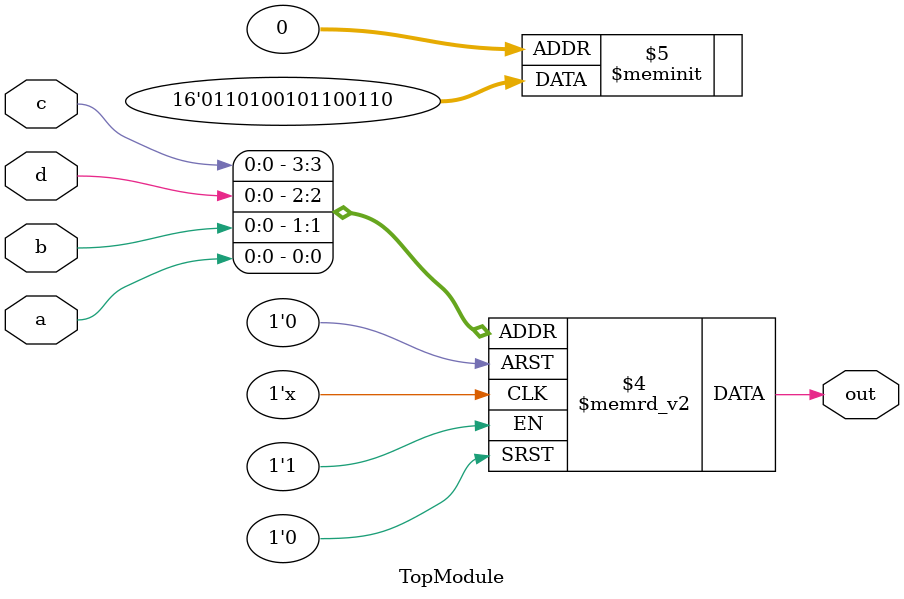
<source format=sv>

module TopModule (
  input a,
  input b,
  input c,
  input d,
  output reg out
);
always @(*) begin
    case ({c, d, b, a})
        4'b0000: out = 1'b0;
        4'b0001: out = 1'b1;
        4'b0010: out = 1'b1;
        4'b0011: out = 1'b0;
        4'b0100: out = 1'b0;
        4'b0101: out = 1'b1;
        4'b0110: out = 1'b1;
        4'b0111: out = 1'b0;
        4'b1000: out = 1'b1;
        4'b1001: out = 1'b0;
        4'b1010: out = 1'b0;
        4'b1011: out = 1'b1;
        4'b1100: out = 1'b0;
        4'b1101: out = 1'b1;
        4'b1110: out = 1'b1;
        4'b1111: out = 1'b0;
    endcase
end

endmodule

</source>
